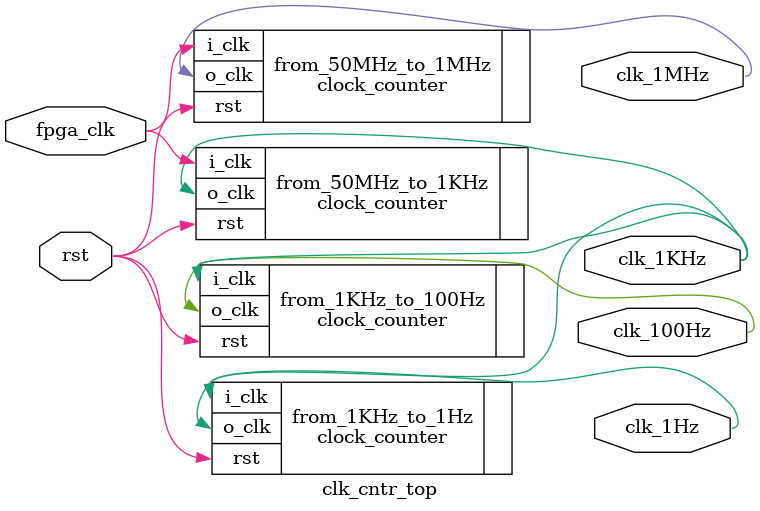
<source format=v>
`timescale 1ns / 1ps


module clk_cntr_top(
    input fpga_clk, rst,
    output clk_1MHz,  
    output clk_1KHz,  
    output clk_100Hz, 
    output clk_1Hz   
    );
    
    parameter M = 10**6;    // Mega
    parameter K = 10**3;    // Kilo
       
    // Generation of 1MHz clock from 100MHz clock
    clock_counter          #(.from(50*M), .to(1*M)) 
    from_50MHz_to_1MHz    (.i_clk(fpga_clk), .rst(rst), .o_clk(clk_1MHz));
    
    // Generation of 1KHz clock from 1MHz clock
    clock_counter          #(.from(50*M), .to(1*K)) 
    from_50MHz_to_1KHz     (.i_clk(fpga_clk), .rst(rst), .o_clk(clk_1KHz));
    
    // Generation of 100Hz clock from 1KHz clock
    // Using 100Hz clock as Stepping Motor Clock
    clock_counter          #(.from(1*K), .to(100), .reverse_clk(1)) 
    from_1KHz_to_100Hz     (.i_clk(clk_1KHz), .rst(rst), .o_clk(clk_100Hz));
        
    // Generation of 1Hz clock from 100Hz clock
    clock_counter          #(.from(1*K), .to(1)) 
    from_1KHz_to_1Hz      (.i_clk(clk_1KHz), .rst(rst), .o_clk(clk_1Hz));
    
endmodule

</source>
